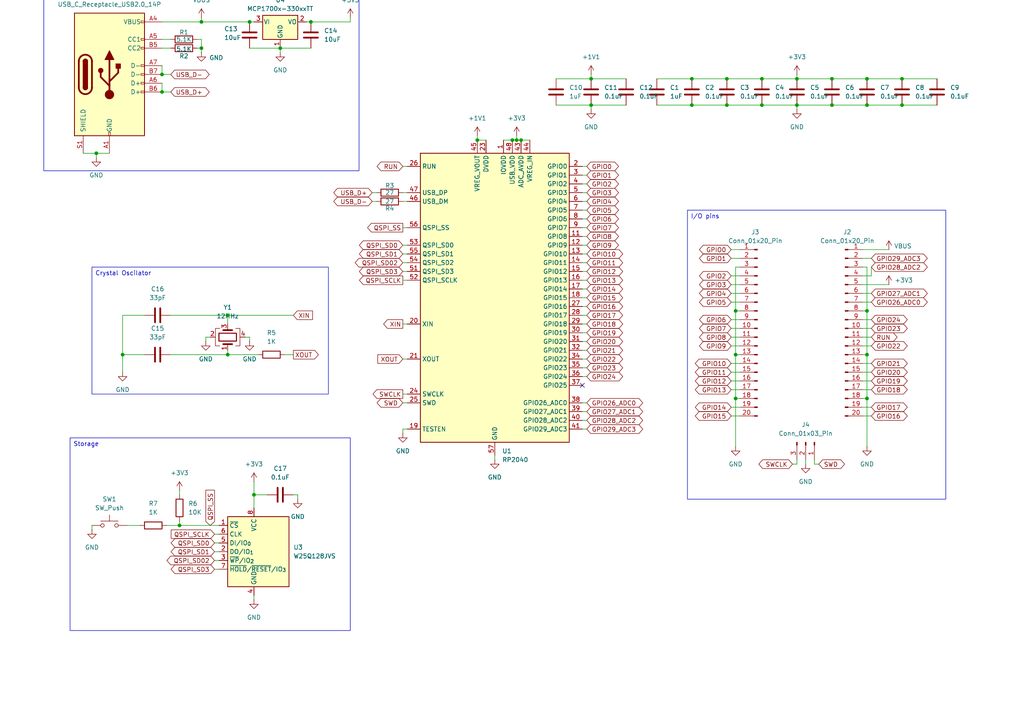
<source format=kicad_sch>
(kicad_sch (version 20250114) (generator "eeschema") (generator_version "9.0")
  (paper "A4")
  (lib_symbols
    (symbol "Connector:Conn_01x03_Pin" (pin_names (offset 1.016) (hide yes))
      (property "Reference" "J" (at 0 5.08 0))
      (property "Value" "Conn_01x03_Pin" (at 0 -5.08 0))
      (symbol "Conn_01x03_Pin_1_1"
        (pin passive line (at 5.08 2.54 180) (length 3.81) (name "Pin_1") (number "1"))
        (pin passive line (at 5.08 0 180) (length 3.81) (name "Pin_2") (number "2"))
        (pin passive line (at 5.08 -2.54 180) (length 3.81) (name "Pin_3") (number "3"))
      )
    )
    (symbol "Connector:Conn_01x20_Pin" (pin_names (offset 1.016) (hide yes))
      (property "Reference" "J" (at 0 25.4 0))
      (property "Value" "Conn_01x20_Pin" (at 0 -27.94 0))
      (symbol "Conn_01x20_Pin_1_1"
        (pin passive line (at 5.08 22.86 180) (length 3.81) (name "Pin_1") (number "1"))
        (pin passive line (at 5.08 20.32 180) (length 3.81) (name "Pin_2") (number "2"))
        (pin passive line (at 5.08 17.78 180) (length 3.81) (name "Pin_3") (number "3"))
        (pin passive line (at 5.08 15.24 180) (length 3.81) (name "Pin_4") (number "4"))
        (pin passive line (at 5.08 12.7 180) (length 3.81) (name "Pin_5") (number "5"))
        (pin passive line (at 5.08 10.16 180) (length 3.81) (name "Pin_6") (number "6"))
        (pin passive line (at 5.08 7.62 180) (length 3.81) (name "Pin_7") (number "7"))
        (pin passive line (at 5.08 5.08 180) (length 3.81) (name "Pin_8") (number "8"))
        (pin passive line (at 5.08 2.54 180) (length 3.81) (name "Pin_9") (number "9"))
        (pin passive line (at 5.08 0 180) (length 3.81) (name "Pin_10") (number "10"))
        (pin passive line (at 5.08 -2.54 180) (length 3.81) (name "Pin_11") (number "11"))
        (pin passive line (at 5.08 -5.08 180) (length 3.81) (name "Pin_12") (number "12"))
        (pin passive line (at 5.08 -7.62 180) (length 3.81) (name "Pin_13") (number "13"))
        (pin passive line (at 5.08 -10.16 180) (length 3.81) (name "Pin_14") (number "14"))
        (pin passive line (at 5.08 -12.7 180) (length 3.81) (name "Pin_15") (number "15"))
        (pin passive line (at 5.08 -15.24 180) (length 3.81) (name "Pin_16") (number "16"))
        (pin passive line (at 5.08 -17.78 180) (length 3.81) (name "Pin_17") (number "17"))
        (pin passive line (at 5.08 -20.32 180) (length 3.81) (name "Pin_18") (number "18"))
        (pin passive line (at 5.08 -22.86 180) (length 3.81) (name "Pin_19") (number "19"))
        (pin passive line (at 5.08 -25.4 180) (length 3.81) (name "Pin_20") (number "20"))
      )
    )
    (symbol "Connector:USB_C_Receptacle_USB2.0_14P" (pin_names (offset 1.016))
      (property "Reference" "J" (at 0 22.225 0))
      (property "Value" "USB_C_Receptacle_USB2.0_14P" (at 0 19.685 0))
      (symbol "USB_C_Receptacle_USB2.0_14P_1_1"
        (pin passive line (at -7.62 -22.86 90) (length 5.08) (name "SHIELD") (number "S1"))
        (pin passive line (at 0 -22.86 90) (length 5.08) (name "GND") (number "A1"))
        (pin passive line (at 0 -22.86 90) (length 5.08) (hide yes) (name "GND") (number "A12"))
        (pin passive line (at 0 -22.86 90) (length 5.08) (hide yes) (name "GND") (number "B1"))
        (pin passive line (at 0 -22.86 90) (length 5.08) (hide yes) (name "GND") (number "B12"))
        (pin passive line (at 15.24 15.24 180) (length 5.08) (name "VBUS") (number "A4"))
        (pin passive line (at 15.24 15.24 180) (length 5.08) (hide yes) (name "VBUS") (number "A9"))
        (pin passive line (at 15.24 15.24 180) (length 5.08) (hide yes) (name "VBUS") (number "B4"))
        (pin passive line (at 15.24 15.24 180) (length 5.08) (hide yes) (name "VBUS") (number "B9"))
        (pin bidirectional line (at 15.24 10.16 180) (length 5.08) (name "CC1") (number "A5"))
        (pin bidirectional line (at 15.24 7.62 180) (length 5.08) (name "CC2") (number "B5"))
        (pin bidirectional line (at 15.24 2.54 180) (length 5.08) (name "D-") (number "A7"))
        (pin bidirectional line (at 15.24 0 180) (length 5.08) (name "D-") (number "B7"))
        (pin bidirectional line (at 15.24 -2.54 180) (length 5.08) (name "D+") (number "A6"))
        (pin bidirectional line (at 15.24 -5.08 180) (length 5.08) (name "D+") (number "B6"))
      )
    )
    (symbol "Device:C" (pin_numbers (hide yes)) (pin_names (offset 0.254))
      (property "Reference" "C" (at 0.635 2.54 0))
      (property "Value" "C" (at 0.635 -2.54 0))
      (symbol "C_1_1"
        (pin passive line (at 0 3.81 270) (length 2.794) (name "~") (number "1"))
        (pin passive line (at 0 -3.81 90) (length 2.794) (name "~") (number "2"))
      )
    )
    (symbol "Device:Crystal_GND24" (pin_names (offset 1.016) (hide yes))
      (property "Reference" "Y" (at 3.175 5.08 0))
      (property "Value" "Crystal_GND24" (at 3.175 3.175 0))
      (symbol "Crystal_GND24_1_1"
        (pin passive line (at -3.81 0 0) (length 1.27) (name "1") (number "1"))
        (pin passive line (at 0 5.08 270) (length 1.27) (name "2") (number "2"))
        (pin passive line (at 0 -5.08 90) (length 1.27) (name "4") (number "4"))
        (pin passive line (at 3.81 0 180) (length 1.27) (name "3") (number "3"))
      )
    )
    (symbol "Device:R" (pin_numbers (hide yes)) (pin_names (offset 0))
      (property "Reference" "R" (at 2.032 0 90))
      (property "Value" "R" (at 0 0 90))
      (symbol "R_1_1"
        (pin passive line (at 0 3.81 270) (length 1.27) (name "~") (number "1"))
        (pin passive line (at 0 -3.81 90) (length 1.27) (name "~") (number "2"))
      )
    )
    (symbol "MCU_RaspberryPi:RP2040"
      (property "Reference" "U" (at 17.78 45.72 0))
      (property "Value" "RP2040" (at 17.78 43.18 0))
      (symbol "RP2040_1_1"
        (pin input line (at -25.4 38.1 0) (length 3.81) (name "RUN") (number "26"))
        (pin bidirectional line (at -25.4 30.48 0) (length 3.81) (name "USB_DP") (number "47"))
        (pin bidirectional line (at -25.4 27.94 0) (length 3.81) (name "USB_DM") (number "46"))
        (pin bidirectional line (at -25.4 20.32 0) (length 3.81) (name "QSPI_SS") (number "56"))
        (pin bidirectional line (at -25.4 15.24 0) (length 3.81) (name "QSPI_SD0") (number "53"))
        (pin bidirectional line (at -25.4 12.7 0) (length 3.81) (name "QSPI_SD1") (number "55"))
        (pin bidirectional line (at -25.4 10.16 0) (length 3.81) (name "QSPI_SD2") (number "54"))
        (pin bidirectional line (at -25.4 7.62 0) (length 3.81) (name "QSPI_SD3") (number "51"))
        (pin output line (at -25.4 5.08 0) (length 3.81) (name "QSPI_SCLK") (number "52"))
        (pin input line (at -25.4 -7.62 0) (length 3.81) (name "XIN") (number "20"))
        (pin passive line (at -25.4 -17.78 0) (length 3.81) (name "XOUT") (number "21"))
        (pin input line (at -25.4 -27.94 0) (length 3.81) (name "SWCLK") (number "24"))
        (pin bidirectional line (at -25.4 -30.48 0) (length 3.81) (name "SWD") (number "25"))
        (pin input line (at -25.4 -38.1 0) (length 3.81) (name "TESTEN") (number "19"))
        (pin power_out line (at -5.08 45.72 270) (length 3.81) (name "VREG_VOUT") (number "45"))
        (pin power_in line (at -2.54 45.72 270) (length 3.81) (name "DVDD") (number "23"))
        (pin passive line (at -2.54 45.72 270) (length 3.81) (hide yes) (name "DVDD") (number "50"))
        (pin power_in line (at 0 -45.72 90) (length 3.81) (name "GND") (number "57"))
        (pin power_in line (at 2.54 45.72 270) (length 3.81) (name "IOVDD") (number "1"))
        (pin passive line (at 2.54 45.72 270) (length 3.81) (hide yes) (name "IOVDD") (number "10"))
        (pin passive line (at 2.54 45.72 270) (length 3.81) (hide yes) (name "IOVDD") (number "22"))
        (pin passive line (at 2.54 45.72 270) (length 3.81) (hide yes) (name "IOVDD") (number "33"))
        (pin passive line (at 2.54 45.72 270) (length 3.81) (hide yes) (name "IOVDD") (number "42"))
        (pin passive line (at 2.54 45.72 270) (length 3.81) (hide yes) (name "IOVDD") (number "49"))
        (pin power_in line (at 5.08 45.72 270) (length 3.81) (name "USB_VDD") (number "48"))
        (pin power_in line (at 7.62 45.72 270) (length 3.81) (name "ADC_AVDD") (number "43"))
        (pin power_in line (at 10.16 45.72 270) (length 3.81) (name "VREG_IN") (number "44"))
        (pin bidirectional line (at 25.4 38.1 180) (length 3.81) (name "GPIO0") (number "2"))
        (pin bidirectional line (at 25.4 35.56 180) (length 3.81) (name "GPIO1") (number "3"))
        (pin bidirectional line (at 25.4 33.02 180) (length 3.81) (name "GPIO2") (number "4"))
        (pin bidirectional line (at 25.4 30.48 180) (length 3.81) (name "GPIO3") (number "5"))
        (pin bidirectional line (at 25.4 27.94 180) (length 3.81) (name "GPIO4") (number "6"))
        (pin bidirectional line (at 25.4 25.4 180) (length 3.81) (name "GPIO5") (number "7"))
        (pin bidirectional line (at 25.4 22.86 180) (length 3.81) (name "GPIO6") (number "8"))
        (pin bidirectional line (at 25.4 20.32 180) (length 3.81) (name "GPIO7") (number "9"))
        (pin bidirectional line (at 25.4 17.78 180) (length 3.81) (name "GPIO8") (number "11"))
        (pin bidirectional line (at 25.4 15.24 180) (length 3.81) (name "GPIO9") (number "12"))
        (pin bidirectional line (at 25.4 12.7 180) (length 3.81) (name "GPIO10") (number "13"))
        (pin bidirectional line (at 25.4 10.16 180) (length 3.81) (name "GPIO11") (number "14"))
        (pin bidirectional line (at 25.4 7.62 180) (length 3.81) (name "GPIO12") (number "15"))
        (pin bidirectional line (at 25.4 5.08 180) (length 3.81) (name "GPIO13") (number "16"))
        (pin bidirectional line (at 25.4 2.54 180) (length 3.81) (name "GPIO14") (number "17"))
        (pin bidirectional line (at 25.4 0 180) (length 3.81) (name "GPIO15") (number "18"))
        (pin bidirectional line (at 25.4 -2.54 180) (length 3.81) (name "GPIO16") (number "27"))
        (pin bidirectional line (at 25.4 -5.08 180) (length 3.81) (name "GPIO17") (number "28"))
        (pin bidirectional line (at 25.4 -7.62 180) (length 3.81) (name "GPIO18") (number "29"))
        (pin bidirectional line (at 25.4 -10.16 180) (length 3.81) (name "GPIO19") (number "30"))
        (pin bidirectional line (at 25.4 -12.7 180) (length 3.81) (name "GPIO20") (number "31"))
        (pin bidirectional line (at 25.4 -15.24 180) (length 3.81) (name "GPIO21") (number "32"))
        (pin bidirectional line (at 25.4 -17.78 180) (length 3.81) (name "GPIO22") (number "34"))
        (pin bidirectional line (at 25.4 -20.32 180) (length 3.81) (name "GPIO23") (number "35"))
        (pin bidirectional line (at 25.4 -22.86 180) (length 3.81) (name "GPIO24") (number "36"))
        (pin bidirectional line (at 25.4 -25.4 180) (length 3.81) (name "GPIO25") (number "37"))
        (pin bidirectional line (at 25.4 -30.48 180) (length 3.81) (name "GPIO26_ADC0") (number "38"))
        (pin bidirectional line (at 25.4 -33.02 180) (length 3.81) (name "GPIO27_ADC1") (number "39"))
        (pin bidirectional line (at 25.4 -35.56 180) (length 3.81) (name "GPIO28_ADC2") (number "40"))
        (pin bidirectional line (at 25.4 -38.1 180) (length 3.81) (name "GPIO29_ADC3") (number "41"))
      )
    )
    (symbol "Memory_Flash:W25Q128JVS"
      (property "Reference" "U" (at -6.35 11.43 0))
      (property "Value" "W25Q128JVS" (at 7.62 11.43 0))
      (symbol "W25Q128JVS_1_1"
        (pin input line (at -10.16 7.62 0) (length 2.54) (name "~{CS}") (number "1"))
        (pin input line (at -10.16 5.08 0) (length 2.54) (name "CLK") (number "6"))
        (pin bidirectional line (at -10.16 2.54 0) (length 2.54) (name "DI/IO_{0}") (number "5"))
        (pin bidirectional line (at -10.16 0 0) (length 2.54) (name "DO/IO_{1}") (number "2"))
        (pin bidirectional line (at -10.16 -2.54 0) (length 2.54) (name "~{WP}/IO_{2}") (number "3"))
        (pin bidirectional line (at -10.16 -5.08 0) (length 2.54) (name "~{HOLD}/~{RESET}/IO_{3}") (number "7"))
        (pin power_in line (at 0 12.7 270) (length 2.54) (name "VCC") (number "8"))
        (pin power_in line (at 0 -12.7 90) (length 2.54) (name "GND") (number "4"))
      )
    )
    (symbol "Regulator_Linear:MCP1700x-330xxTT" (pin_names (offset 0.254))
      (property "Reference" "U" (at -3.81 3.175 0))
      (property "Value" "MCP1700x-330xxTT" (at 0 3.175 0))
      (symbol "MCP1700x-330xxTT_1_1"
        (pin power_in line (at -7.62 0 0) (length 2.54) (name "VI") (number "3"))
        (pin power_in line (at 0 -7.62 90) (length 2.54) (name "GND") (number "1"))
        (pin power_out line (at 7.62 0 180) (length 2.54) (name "VO") (number "2"))
      )
    )
    (symbol "Switch:SW_Push" (pin_numbers (hide yes)) (pin_names (offset 1.016) (hide yes))
      (property "Reference" "SW" (at 1.27 2.54 0))
      (property "Value" "SW_Push" (at 0 -1.524 0))
      (symbol "SW_Push_0_1"
        (pin passive line (at -5.08 0 0) (length 2.54) (name "1") (number "1"))
        (pin passive line (at 5.08 0 180) (length 2.54) (name "2") (number "2"))
      )
    )
    (symbol "power:+1V1" (power) (pin_numbers (hide yes)) (pin_names (offset 0) (hide yes))
      (property "Value" "+1V1" (at 0 3.556 0))
      (symbol "+1V1_1_1"
        (pin power_in line (at 0 0 90) (length 0) (name "~") (number "1"))
      )
    )
    (symbol "power:+3V3" (power) (pin_numbers (hide yes)) (pin_names (offset 0) (hide yes))
      (property "Value" "+3V3" (at 0 3.556 0))
      (symbol "+3V3_1_1"
        (pin power_in line (at 0 0 90) (length 0) (name "~") (number "1"))
      )
    )
    (symbol "power:GND" (power) (pin_numbers (hide yes)) (pin_names (offset 0) (hide yes))
      (property "Value" "GND" (at 0 -3.81 0))
      (symbol "GND_1_1"
        (pin power_in line (at 0 0 270) (length 0) (name "~") (number "1"))
      )
    )
    (symbol "power:VBUS" (power) (pin_numbers (hide yes)) (pin_names (offset 0) (hide yes))
      (property "Value" "VBUS" (at 0 3.556 0))
      (symbol "VBUS_1_1"
        (pin power_in line (at 0 0 90) (length 0) (name "~") (number "1"))
      )
    )
  )
  (text_box "Power" (at 12.7 -8.89 0) (size 91.44 58.42) (margins 0.9525 0.9525 0.9525 0.9525) (effects (font (size 1.27 1.27)) (justify left top)))
  (text_box "I/O pins\n" (at 199.39 60.96 0) (size 74.93 83.82) (margins 0.9525 0.9525 0.9525 0.9525) (effects (font (size 1.27 1.27)) (justify left top)))
  (text_box "Crystal Oscilator" (at 26.67 77.47 0) (size 68.58 36.83) (margins 0.9525 0.9525 0.9525 0.9525) (effects (font (size 1.27 1.27)) (justify left top)))
  (text_box "Storage" (at 20.32 127 0) (size 81.28 55.88) (margins 0.9525 0.9525 0.9525 0.9525) (effects (font (size 1.27 1.27)) (justify left top)))
  (junction (at 46.99 26.67))
  (junction (at 241.3 22.86))
  (junction (at 171.45 30.48))
  (junction (at 58.42 6.35))
  (junction (at 231.14 30.48))
  (junction (at 171.45 22.86))
  (junction (at 261.62 22.86))
  (junction (at 81.28 13.97))
  (junction (at 151.13 40.64))
  (junction (at 149.86 40.64))
  (junction (at 231.14 22.86))
  (junction (at 66.04 91.44))
  (junction (at 220.98 30.48))
  (junction (at 241.3 30.48))
  (junction (at 251.46 30.48))
  (junction (at 66.04 102.87))
  (junction (at 210.82 22.86))
  (junction (at 200.66 30.48))
  (junction (at 58.42 13.97))
  (junction (at 213.36 115.57))
  (junction (at 220.98 22.86))
  (junction (at 213.36 102.87))
  (junction (at 35.56 102.87))
  (junction (at 210.82 30.48))
  (junction (at 27.94 44.45))
  (junction (at 90.17 6.35))
  (junction (at 251.46 22.86))
  (junction (at 138.43 40.64))
  (junction (at 73.66 143.51))
  (junction (at 52.07 152.4))
  (junction (at 251.46 90.17))
  (junction (at 148.59 40.64))
  (junction (at 213.36 90.17))
  (junction (at 251.46 115.57))
  (junction (at 72.39 6.35))
  (junction (at 261.62 30.48))
  (junction (at 251.46 102.87))
  (junction (at 46.99 21.59))
  (junction (at 200.66 22.86))
  (no_connect (at 168.91 111.76))
  (wire (pts (xy 252.73 107.95) (xy 250.19 107.95)))
  (wire (pts (xy 52.07 142.24) (xy 52.07 143.51)))
  (wire (pts (xy 72.39 99.06) (xy 72.39 97.79)))
  (wire (pts (xy 171.45 30.48) (xy 171.45 31.75)))
  (wire (pts (xy 81.28 13.97) (xy 81.28 15.24)))
  (wire (pts (xy 24.13 44.45) (xy 27.94 44.45)))
  (wire (pts (xy 252.73 113.03) (xy 250.19 113.03)))
  (wire (pts (xy 116.84 66.04) (xy 118.11 66.04)))
  (wire (pts (xy 149.86 39.37) (xy 149.86 40.64)))
  (wire (pts (xy 170.18 60.96) (xy 168.91 60.96)))
  (wire (pts (xy 252.73 118.11) (xy 250.19 118.11)))
  (wire (pts (xy 252.73 87.63) (xy 250.19 87.63)))
  (wire (pts (xy 213.36 102.87) (xy 213.36 90.17)))
  (wire (pts (xy 229.87 134.62) (xy 231.14 134.62)))
  (wire (pts (xy 86.36 143.51) (xy 86.36 144.78)))
  (wire (pts (xy 88.9 6.35) (xy 90.17 6.35)))
  (wire (pts (xy 138.43 40.64) (xy 140.97 40.64)))
  (wire (pts (xy 214.63 77.47) (xy 213.36 77.47)))
  (wire (pts (xy 41.91 91.44) (xy 35.56 91.44)))
  (wire (pts (xy 170.18 116.84) (xy 168.91 116.84)))
  (wire (pts (xy 252.73 80.01) (xy 250.19 80.01)))
  (wire (pts (xy 212.09 92.71) (xy 214.63 92.71)))
  (wire (pts (xy 72.39 13.97) (xy 81.28 13.97)))
  (wire (pts (xy 170.18 88.9) (xy 168.91 88.9)))
  (wire (pts (xy 46.99 26.67) (xy 49.53 26.67)))
  (wire (pts (xy 107.95 58.42) (xy 109.22 58.42)))
  (wire (pts (xy 212.09 72.39) (xy 214.63 72.39)))
  (wire (pts (xy 250.19 92.71) (xy 252.73 92.71)))
  (wire (pts (xy 58.42 11.43) (xy 58.42 13.97)))
  (wire (pts (xy 170.18 121.92) (xy 168.91 121.92)))
  (wire (pts (xy 250.19 97.79) (xy 252.73 97.79)))
  (wire (pts (xy 85.09 143.51) (xy 86.36 143.51)))
  (wire (pts (xy 57.15 13.97) (xy 58.42 13.97)))
  (wire (pts (xy 170.18 68.58) (xy 168.91 68.58)))
  (wire (pts (xy 116.84 78.74) (xy 118.11 78.74)))
  (wire (pts (xy 213.36 102.87) (xy 214.63 102.87)))
  (wire (pts (xy 59.69 97.79) (xy 59.69 99.06)))
  (wire (pts (xy 170.18 53.34) (xy 168.91 53.34)))
  (wire (pts (xy 251.46 77.47) (xy 251.46 90.17)))
  (wire (pts (xy 60.96 97.79) (xy 59.69 97.79)))
  (wire (pts (xy 190.5 30.48) (xy 200.66 30.48)))
  (wire (pts (xy 252.73 85.09) (xy 250.19 85.09)))
  (wire (pts (xy 36.83 152.4) (xy 40.64 152.4)))
  (wire (pts (xy 62.23 160.02) (xy 63.5 160.02)))
  (wire (pts (xy 73.66 6.35) (xy 72.39 6.35)))
  (wire (pts (xy 170.18 63.5) (xy 168.91 63.5)))
  (wire (pts (xy 170.18 76.2) (xy 168.91 76.2)))
  (wire (pts (xy 190.5 22.86) (xy 200.66 22.86)))
  (wire (pts (xy 250.19 82.55) (xy 257.81 82.55)))
  (wire (pts (xy 250.19 95.25) (xy 252.73 95.25)))
  (wire (pts (xy 210.82 30.48) (xy 220.98 30.48)))
  (wire (pts (xy 101.6 5.08) (xy 101.6 6.35)))
  (wire (pts (xy 170.18 101.6) (xy 168.91 101.6)))
  (wire (pts (xy 149.86 40.64) (xy 151.13 40.64)))
  (wire (pts (xy 236.22 134.62) (xy 237.49 134.62)))
  (wire (pts (xy 138.43 39.37) (xy 138.43 40.64)))
  (wire (pts (xy 35.56 102.87) (xy 35.56 107.95)))
  (wire (pts (xy 170.18 86.36) (xy 168.91 86.36)))
  (wire (pts (xy 212.09 113.03) (xy 214.63 113.03)))
  (wire (pts (xy 170.18 109.22) (xy 168.91 109.22)))
  (wire (pts (xy 82.55 102.87) (xy 85.09 102.87)))
  (wire (pts (xy 210.82 22.86) (xy 220.98 22.86)))
  (wire (pts (xy 214.63 90.17) (xy 213.36 90.17)))
  (wire (pts (xy 200.66 22.86) (xy 210.82 22.86)))
  (wire (pts (xy 250.19 77.47) (xy 251.46 77.47)))
  (wire (pts (xy 49.53 102.87) (xy 66.04 102.87)))
  (wire (pts (xy 252.73 120.65) (xy 250.19 120.65)))
  (wire (pts (xy 118.11 124.46) (xy 116.84 124.46)))
  (wire (pts (xy 170.18 93.98) (xy 168.91 93.98)))
  (wire (pts (xy 170.18 119.38) (xy 168.91 119.38)))
  (wire (pts (xy 116.84 73.66) (xy 118.11 73.66)))
  (wire (pts (xy 52.07 152.4) (xy 63.5 152.4)))
  (wire (pts (xy 46.99 21.59) (xy 49.53 21.59)))
  (wire (pts (xy 66.04 91.44) (xy 85.09 91.44)))
  (wire (pts (xy 170.18 50.8) (xy 168.91 50.8)))
  (wire (pts (xy 58.42 5.08) (xy 58.42 6.35)))
  (wire (pts (xy 116.84 93.98) (xy 118.11 93.98)))
  (wire (pts (xy 46.99 6.35) (xy 58.42 6.35)))
  (wire (pts (xy 170.18 55.88) (xy 168.91 55.88)))
  (wire (pts (xy 116.84 76.2) (xy 118.11 76.2)))
  (wire (pts (xy 231.14 30.48) (xy 231.14 31.75)))
  (wire (pts (xy 170.18 83.82) (xy 168.91 83.82)))
  (wire (pts (xy 212.09 95.25) (xy 214.63 95.25)))
  (wire (pts (xy 231.14 22.86) (xy 241.3 22.86)))
  (wire (pts (xy 251.46 115.57) (xy 251.46 102.87)))
  (wire (pts (xy 46.99 13.97) (xy 49.53 13.97)))
  (wire (pts (xy 212.09 107.95) (xy 214.63 107.95)))
  (wire (pts (xy 212.09 74.93) (xy 214.63 74.93)))
  (wire (pts (xy 252.73 77.47) (xy 252.73 80.01)))
  (wire (pts (xy 49.53 91.44) (xy 66.04 91.44)))
  (wire (pts (xy 62.23 162.56) (xy 63.5 162.56)))
  (wire (pts (xy 170.18 106.68) (xy 168.91 106.68)))
  (wire (pts (xy 212.09 120.65) (xy 214.63 120.65)))
  (wire (pts (xy 26.67 152.4) (xy 26.67 153.67)))
  (wire (pts (xy 161.29 22.86) (xy 171.45 22.86)))
  (wire (pts (xy 170.18 124.46) (xy 168.91 124.46)))
  (wire (pts (xy 73.66 172.72) (xy 73.66 173.99)))
  (wire (pts (xy 170.18 66.04) (xy 168.91 66.04)))
  (wire (pts (xy 213.36 90.17) (xy 213.36 77.47)))
  (wire (pts (xy 171.45 21.59) (xy 171.45 22.86)))
  (wire (pts (xy 250.19 90.17) (xy 251.46 90.17)))
  (wire (pts (xy 170.18 78.74) (xy 168.91 78.74)))
  (wire (pts (xy 251.46 30.48) (xy 261.62 30.48)))
  (wire (pts (xy 261.62 30.48) (xy 271.78 30.48)))
  (wire (pts (xy 151.13 40.64) (xy 153.67 40.64)))
  (wire (pts (xy 212.09 97.79) (xy 214.63 97.79)))
  (wire (pts (xy 35.56 102.87) (xy 41.91 102.87)))
  (wire (pts (xy 116.84 116.84) (xy 118.11 116.84)))
  (wire (pts (xy 73.66 139.7) (xy 73.66 143.51)))
  (wire (pts (xy 46.99 19.05) (xy 46.99 21.59)))
  (wire (pts (xy 170.18 99.06) (xy 168.91 99.06)))
  (wire (pts (xy 66.04 91.44) (xy 66.04 93.98)))
  (wire (pts (xy 236.22 133.35) (xy 236.22 134.62)))
  (wire (pts (xy 146.05 40.64) (xy 148.59 40.64)))
  (wire (pts (xy 116.84 58.42) (xy 118.11 58.42)))
  (wire (pts (xy 148.59 40.64) (xy 149.86 40.64)))
  (wire (pts (xy 101.6 6.35) (xy 90.17 6.35)))
  (wire (pts (xy 73.66 143.51) (xy 77.47 143.51)))
  (wire (pts (xy 161.29 30.48) (xy 171.45 30.48)))
  (wire (pts (xy 66.04 101.6) (xy 66.04 102.87)))
  (wire (pts (xy 220.98 22.86) (xy 231.14 22.86)))
  (wire (pts (xy 170.18 58.42) (xy 168.91 58.42)))
  (wire (pts (xy 212.09 118.11) (xy 214.63 118.11)))
  (wire (pts (xy 212.09 110.49) (xy 214.63 110.49)))
  (wire (pts (xy 58.42 13.97) (xy 58.42 15.24)))
  (wire (pts (xy 107.95 55.88) (xy 109.22 55.88)))
  (wire (pts (xy 46.99 11.43) (xy 49.53 11.43)))
  (wire (pts (xy 116.84 124.46) (xy 116.84 125.73)))
  (wire (pts (xy 250.19 74.93) (xy 252.73 74.93)))
  (wire (pts (xy 231.14 30.48) (xy 241.3 30.48)))
  (wire (pts (xy 72.39 97.79) (xy 71.12 97.79)))
  (wire (pts (xy 251.46 115.57) (xy 251.46 129.54)))
  (wire (pts (xy 48.26 152.4) (xy 52.07 152.4)))
  (wire (pts (xy 250.19 72.39) (xy 257.81 72.39)))
  (wire (pts (xy 251.46 102.87) (xy 250.19 102.87)))
  (wire (pts (xy 212.09 87.63) (xy 214.63 87.63)))
  (wire (pts (xy 212.09 82.55) (xy 214.63 82.55)))
  (wire (pts (xy 81.28 13.97) (xy 90.17 13.97)))
  (wire (pts (xy 35.56 91.44) (xy 35.56 102.87)))
  (wire (pts (xy 62.23 154.94) (xy 63.5 154.94)))
  (wire (pts (xy 170.18 96.52) (xy 168.91 96.52)))
  (wire (pts (xy 214.63 115.57) (xy 213.36 115.57)))
  (wire (pts (xy 170.18 48.26) (xy 168.91 48.26)))
  (wire (pts (xy 212.09 100.33) (xy 214.63 100.33)))
  (wire (pts (xy 252.73 110.49) (xy 250.19 110.49)))
  (wire (pts (xy 212.09 105.41) (xy 214.63 105.41)))
  (wire (pts (xy 170.18 104.14) (xy 168.91 104.14)))
  (wire (pts (xy 213.36 115.57) (xy 213.36 129.54)))
  (wire (pts (xy 170.18 73.66) (xy 168.91 73.66)))
  (wire (pts (xy 212.09 85.09) (xy 214.63 85.09)))
  (wire (pts (xy 57.15 11.43) (xy 58.42 11.43)))
  (wire (pts (xy 73.66 143.51) (xy 73.66 147.32)))
  (wire (pts (xy 116.84 71.12) (xy 118.11 71.12)))
  (wire (pts (xy 231.14 134.62) (xy 231.14 133.35)))
  (wire (pts (xy 171.45 22.86) (xy 181.61 22.86)))
  (wire (pts (xy 116.84 55.88) (xy 118.11 55.88)))
  (wire (pts (xy 52.07 151.13) (xy 52.07 152.4)))
  (wire (pts (xy 58.42 6.35) (xy 72.39 6.35)))
  (wire (pts (xy 250.19 115.57) (xy 251.46 115.57)))
  (wire (pts (xy 170.18 71.12) (xy 168.91 71.12)))
  (wire (pts (xy 261.62 22.86) (xy 271.78 22.86)))
  (wire (pts (xy 116.84 81.28) (xy 118.11 81.28)))
  (wire (pts (xy 252.73 105.41) (xy 250.19 105.41)))
  (wire (pts (xy 27.94 44.45) (xy 27.94 45.72)))
  (wire (pts (xy 171.45 30.48) (xy 181.61 30.48)))
  (wire (pts (xy 200.66 30.48) (xy 210.82 30.48)))
  (wire (pts (xy 116.84 114.3) (xy 118.11 114.3)))
  (wire (pts (xy 116.84 104.14) (xy 118.11 104.14)))
  (wire (pts (xy 66.04 102.87) (xy 74.93 102.87)))
  (wire (pts (xy 62.23 165.1) (xy 63.5 165.1)))
  (wire (pts (xy 116.84 48.26) (xy 118.11 48.26)))
  (wire (pts (xy 233.68 133.35) (xy 233.68 134.62)))
  (wire (pts (xy 170.18 81.28) (xy 168.91 81.28)))
  (wire (pts (xy 241.3 22.86) (xy 251.46 22.86)))
  (wire (pts (xy 46.99 24.13) (xy 46.99 26.67)))
  (wire (pts (xy 250.19 100.33) (xy 252.73 100.33)))
  (wire (pts (xy 241.3 30.48) (xy 251.46 30.48)))
  (wire (pts (xy 212.09 80.01) (xy 214.63 80.01)))
  (wire (pts (xy 231.14 21.59) (xy 231.14 22.86)))
  (wire (pts (xy 27.94 44.45) (xy 31.75 44.45)))
  (wire (pts (xy 143.51 132.08) (xy 143.51 133.35)))
  (wire (pts (xy 62.23 157.48) (xy 63.5 157.48)))
  (wire (pts (xy 251.46 22.86) (xy 261.62 22.86)))
  (wire (pts (xy 170.18 91.44) (xy 168.91 91.44)))
  (wire (pts (xy 213.36 115.57) (xy 213.36 102.87)))
  (wire (pts (xy 251.46 90.17) (xy 251.46 102.87)))
  (wire (pts (xy 220.98 30.48) (xy 231.14 30.48)))
  (global_label "GPIO14" (shape bidirectional) (at 170.18 83.82 0) (property "Intersheetrefs" "${INTERSHEET_REFS}" (effects (hide yes))))
  (global_label "GPIO3" (shape bidirectional) (at 170.18 55.88 0) (property "Intersheetrefs" "${INTERSHEET_REFS}" (effects (hide yes))))
  (global_label "SWD" (shape bidirectional) (at 116.84 116.84 180) (property "Intersheetrefs" "${INTERSHEET_REFS}" (effects (hide yes))))
  (global_label "QSPI_SCLK" (shape output) (at 116.84 81.28 180) (property "Intersheetrefs" "${INTERSHEET_REFS}" (effects (hide yes))))
  (global_label "USB_D+" (shape bidirectional) (at 107.95 55.88 180) (property "Intersheetrefs" "${INTERSHEET_REFS}" (effects (hide yes))))
  (global_label "GPIO4" (shape bidirectional) (at 212.09 85.09 180) (property "Intersheetrefs" "${INTERSHEET_REFS}" (effects (hide yes))))
  (global_label "USB_D-" (shape bidirectional) (at 107.95 58.42 180) (property "Intersheetrefs" "${INTERSHEET_REFS}" (effects (hide yes))))
  (global_label "XIN" (shape input) (at 85.09 91.44 0) (property "Intersheetrefs" "${INTERSHEET_REFS}" (effects (hide yes))))
  (global_label "SWCLK" (shape bidirectional) (at 229.87 134.62 180) (property "Intersheetrefs" "${INTERSHEET_REFS}" (effects (hide yes))))
  (global_label "GPIO0" (shape bidirectional) (at 170.18 48.26 0) (property "Intersheetrefs" "${INTERSHEET_REFS}" (effects (hide yes))))
  (global_label "GPIO27_ADC1" (shape bidirectional) (at 252.73 85.09 0) (property "Intersheetrefs" "${INTERSHEET_REFS}" (effects (hide yes))))
  (global_label "QSPI_SD0" (shape bidirectional) (at 116.84 71.12 180) (property "Intersheetrefs" "${INTERSHEET_REFS}" (effects (hide yes))))
  (global_label "GPIO5" (shape bidirectional) (at 212.09 87.63 180) (property "Intersheetrefs" "${INTERSHEET_REFS}" (effects (hide yes))))
  (global_label "GPIO1" (shape bidirectional) (at 212.09 74.93 180) (property "Intersheetrefs" "${INTERSHEET_REFS}" (effects (hide yes))))
  (global_label "QSPI_SD1" (shape bidirectional) (at 62.23 160.02 180) (property "Intersheetrefs" "${INTERSHEET_REFS}" (effects (hide yes))))
  (global_label "GPIO13" (shape bidirectional) (at 212.09 113.03 180) (property "Intersheetrefs" "${INTERSHEET_REFS}" (effects (hide yes))))
  (global_label "GPIO15" (shape bidirectional) (at 170.18 86.36 0) (property "Intersheetrefs" "${INTERSHEET_REFS}" (effects (hide yes))))
  (global_label "GPIO28_ADC2" (shape bidirectional) (at 170.18 121.92 0) (property "Intersheetrefs" "${INTERSHEET_REFS}" (effects (hide yes))))
  (global_label "QSPI_SD0" (shape bidirectional) (at 62.23 157.48 180) (property "Intersheetrefs" "${INTERSHEET_REFS}" (effects (hide yes))))
  (global_label "GPIO20" (shape bidirectional) (at 252.73 107.95 0) (property "Intersheetrefs" "${INTERSHEET_REFS}" (effects (hide yes))))
  (global_label "QSPI_SD3" (shape bidirectional) (at 62.23 165.1 180) (property "Intersheetrefs" "${INTERSHEET_REFS}" (effects (hide yes))))
  (global_label "GPIO24" (shape bidirectional) (at 252.73 92.71 0) (property "Intersheetrefs" "${INTERSHEET_REFS}" (effects (hide yes))))
  (global_label "GPIO12" (shape bidirectional) (at 170.18 78.74 0) (property "Intersheetrefs" "${INTERSHEET_REFS}" (effects (hide yes))))
  (global_label "GPIO18" (shape bidirectional) (at 170.18 93.98 0) (property "Intersheetrefs" "${INTERSHEET_REFS}" (effects (hide yes))))
  (global_label "GPIO19" (shape bidirectional) (at 252.73 110.49 0) (property "Intersheetrefs" "${INTERSHEET_REFS}" (effects (hide yes))))
  (global_label "GPIO2" (shape bidirectional) (at 170.18 53.34 0) (property "Intersheetrefs" "${INTERSHEET_REFS}" (effects (hide yes))))
  (global_label "GPIO23" (shape bidirectional) (at 170.18 106.68 0) (property "Intersheetrefs" "${INTERSHEET_REFS}" (effects (hide yes))))
  (global_label "GPIO5" (shape bidirectional) (at 170.18 60.96 0) (property "Intersheetrefs" "${INTERSHEET_REFS}" (effects (hide yes))))
  (global_label "GPIO4" (shape bidirectional) (at 170.18 58.42 0) (property "Intersheetrefs" "${INTERSHEET_REFS}" (effects (hide yes))))
  (global_label "GPIO24" (shape bidirectional) (at 170.18 109.22 0) (property "Intersheetrefs" "${INTERSHEET_REFS}" (effects (hide yes))))
  (global_label "GPIO18" (shape bidirectional) (at 252.73 113.03 0) (property "Intersheetrefs" "${INTERSHEET_REFS}" (effects (hide yes))))
  (global_label "GPIO23" (shape bidirectional) (at 252.73 95.25 0) (property "Intersheetrefs" "${INTERSHEET_REFS}" (effects (hide yes))))
  (global_label "GPIO16" (shape bidirectional) (at 170.18 88.9 0) (property "Intersheetrefs" "${INTERSHEET_REFS}" (effects (hide yes))))
  (global_label "GPIO21" (shape bidirectional) (at 170.18 101.6 0) (property "Intersheetrefs" "${INTERSHEET_REFS}" (effects (hide yes))))
  (global_label "GPIO10" (shape bidirectional) (at 170.18 73.66 0) (property "Intersheetrefs" "${INTERSHEET_REFS}" (effects (hide yes))))
  (global_label "QSPI_SD1" (shape bidirectional) (at 116.84 73.66 180) (property "Intersheetrefs" "${INTERSHEET_REFS}" (effects (hide yes))))
  (global_label "GPIO10" (shape bidirectional) (at 212.09 105.41 180) (property "Intersheetrefs" "${INTERSHEET_REFS}" (effects (hide yes))))
  (global_label "GPIO11" (shape bidirectional) (at 212.09 107.95 180) (property "Intersheetrefs" "${INTERSHEET_REFS}" (effects (hide yes))))
  (global_label "GPIO22" (shape bidirectional) (at 252.73 100.33 0) (property "Intersheetrefs" "${INTERSHEET_REFS}" (effects (hide yes))))
  (global_label "RUN" (shape bidirectional) (at 252.73 97.79 0) (property "Intersheetrefs" "${INTERSHEET_REFS}" (effects (hide yes))))
  (global_label "GPIO1" (shape bidirectional) (at 170.18 50.8 0) (property "Intersheetrefs" "${INTERSHEET_REFS}" (effects (hide yes))))
  (global_label "GPIO29_ADC3" (shape bidirectional) (at 170.18 124.46 0) (property "Intersheetrefs" "${INTERSHEET_REFS}" (effects (hide yes))))
  (global_label "GPIO29_ADC3" (shape bidirectional) (at 252.73 74.93 0) (property "Intersheetrefs" "${INTERSHEET_REFS}" (effects (hide yes))))
  (global_label "GPIO7" (shape bidirectional) (at 212.09 95.25 180) (property "Intersheetrefs" "${INTERSHEET_REFS}" (effects (hide yes))))
  (global_label "GPIO28_ADC2" (shape bidirectional) (at 252.73 77.47 0) (property "Intersheetrefs" "${INTERSHEET_REFS}" (effects (hide yes))))
  (global_label "XOUT" (shape output) (at 85.09 102.87 0) (property "Intersheetrefs" "${INTERSHEET_REFS}" (effects (hide yes))))
  (global_label "QSPI_SD02" (shape bidirectional) (at 62.23 162.56 180) (property "Intersheetrefs" "${INTERSHEET_REFS}" (effects (hide yes))))
  (global_label "GPIO11" (shape bidirectional) (at 170.18 76.2 0) (property "Intersheetrefs" "${INTERSHEET_REFS}" (effects (hide yes))))
  (global_label "GPIO6" (shape bidirectional) (at 212.09 92.71 180) (property "Intersheetrefs" "${INTERSHEET_REFS}" (effects (hide yes))))
  (global_label "SWCLK" (shape output) (at 116.84 114.3 180) (property "Intersheetrefs" "${INTERSHEET_REFS}" (effects (hide yes))))
  (global_label "QSPI_SCLK" (shape input) (at 62.23 154.94 180) (property "Intersheetrefs" "${INTERSHEET_REFS}" (effects (hide yes))))
  (global_label "GPIO2" (shape bidirectional) (at 212.09 80.01 180) (property "Intersheetrefs" "${INTERSHEET_REFS}" (effects (hide yes))))
  (global_label "QSPI_SD02" (shape bidirectional) (at 116.84 76.2 180) (property "Intersheetrefs" "${INTERSHEET_REFS}" (effects (hide yes))))
  (global_label "GPIO14" (shape bidirectional) (at 212.09 118.11 180) (property "Intersheetrefs" "${INTERSHEET_REFS}" (effects (hide yes))))
  (global_label "GPIO13" (shape bidirectional) (at 170.18 81.28 0) (property "Intersheetrefs" "${INTERSHEET_REFS}" (effects (hide yes))))
  (global_label "SWD" (shape bidirectional) (at 237.49 134.62 0) (property "Intersheetrefs" "${INTERSHEET_REFS}" (effects (hide yes))))
  (global_label "GPIO7" (shape bidirectional) (at 170.18 66.04 0) (property "Intersheetrefs" "${INTERSHEET_REFS}" (effects (hide yes))))
  (global_label "QSPI_SS" (shape input) (at 60.96 152.4 90) (property "Intersheetrefs" "${INTERSHEET_REFS}" (effects (hide yes))))
  (global_label "GPIO17" (shape bidirectional) (at 252.73 118.11 0) (property "Intersheetrefs" "${INTERSHEET_REFS}" (effects (hide yes))))
  (global_label "GPIO21" (shape bidirectional) (at 252.73 105.41 0) (property "Intersheetrefs" "${INTERSHEET_REFS}" (effects (hide yes))))
  (global_label "XOUT" (shape input) (at 116.84 104.14 180) (property "Intersheetrefs" "${INTERSHEET_REFS}" (effects (hide yes))))
  (global_label "GPIO15" (shape bidirectional) (at 212.09 120.65 180) (property "Intersheetrefs" "${INTERSHEET_REFS}" (effects (hide yes))))
  (global_label "GPIO8" (shape bidirectional) (at 212.09 97.79 180) (property "Intersheetrefs" "${INTERSHEET_REFS}" (effects (hide yes))))
  (global_label "RUN" (shape bidirectional) (at 116.84 48.26 180) (property "Intersheetrefs" "${INTERSHEET_REFS}" (effects (hide yes))))
  (global_label "QSPI_SD3" (shape bidirectional) (at 116.84 78.74 180) (property "Intersheetrefs" "${INTERSHEET_REFS}" (effects (hide yes))))
  (global_label "GPIO6" (shape bidirectional) (at 170.18 63.5 0) (property "Intersheetrefs" "${INTERSHEET_REFS}" (effects (hide yes))))
  (global_label "GPIO12" (shape bidirectional) (at 212.09 110.49 180) (property "Intersheetrefs" "${INTERSHEET_REFS}" (effects (hide yes))))
  (global_label "GPIO9" (shape bidirectional) (at 212.09 100.33 180) (property "Intersheetrefs" "${INTERSHEET_REFS}" (effects (hide yes))))
  (global_label "GPIO27_ADC1" (shape bidirectional) (at 170.18 119.38 0) (property "Intersheetrefs" "${INTERSHEET_REFS}" (effects (hide yes))))
  (global_label "USB_D-" (shape bidirectional) (at 49.53 21.59 0) (property "Intersheetrefs" "${INTERSHEET_REFS}" (effects (hide yes))))
  (global_label "QSPI_SS" (shape output) (at 116.84 66.04 180) (property "Intersheetrefs" "${INTERSHEET_REFS}" (effects (hide yes))))
  (global_label "GPIO9" (shape bidirectional) (at 170.18 71.12 0) (property "Intersheetrefs" "${INTERSHEET_REFS}" (effects (hide yes))))
  (global_label "GPIO19" (shape bidirectional) (at 170.18 96.52 0) (property "Intersheetrefs" "${INTERSHEET_REFS}" (effects (hide yes))))
  (global_label "GPIO3" (shape bidirectional) (at 212.09 82.55 180) (property "Intersheetrefs" "${INTERSHEET_REFS}" (effects (hide yes))))
  (global_label "GPIO8" (shape bidirectional) (at 170.18 68.58 0) (property "Intersheetrefs" "${INTERSHEET_REFS}" (effects (hide yes))))
  (global_label "GPIO20" (shape bidirectional) (at 170.18 99.06 0) (property "Intersheetrefs" "${INTERSHEET_REFS}" (effects (hide yes))))
  (global_label "XIN" (shape output) (at 116.84 93.98 180) (property "Intersheetrefs" "${INTERSHEET_REFS}" (effects (hide yes))))
  (global_label "GPIO22" (shape bidirectional) (at 170.18 104.14 0) (property "Intersheetrefs" "${INTERSHEET_REFS}" (effects (hide yes))))
  (global_label "GPIO26_ADC0" (shape bidirectional) (at 170.18 116.84 0) (property "Intersheetrefs" "${INTERSHEET_REFS}" (effects (hide yes))))
  (global_label "GPIO16" (shape bidirectional) (at 252.73 120.65 0) (property "Intersheetrefs" "${INTERSHEET_REFS}" (effects (hide yes))))
  (global_label "GPIO0" (shape bidirectional) (at 212.09 72.39 180) (property "Intersheetrefs" "${INTERSHEET_REFS}" (effects (hide yes))))
  (global_label "GPIO17" (shape bidirectional) (at 170.18 91.44 0) (property "Intersheetrefs" "${INTERSHEET_REFS}" (effects (hide yes))))
  (global_label "GPIO26_ADC0" (shape bidirectional) (at 252.73 87.63 0) (property "Intersheetrefs" "${INTERSHEET_REFS}" (effects (hide yes))))
  (global_label "USB_D+" (shape bidirectional) (at 49.53 26.67 0) (property "Intersheetrefs" "${INTERSHEET_REFS}" (effects (hide yes))))
  (symbol (lib_id "power:GND") (at 27.94 45.72 0) (unit 1)
    (property "Reference" "#PWR08" (effects (hide yes)))
    (property "Value" "GND" (at 27.94 50.8 0))
    (property "Description" "Power symbol creates a global label with name \"GND\" , ground" (effects (hide yes)))
  )
  (symbol (lib_id "Device:C") (at 171.45 26.67 0) (unit 1)
    (property "Reference" "C11" (at 175.26 25.3999 0) (effects (justify left)))
    (property "Value" "0.1uF" (at 175.26 27.9399 0) (effects (justify left)))
    (property "Footprint" "Capacitor_SMD:C_0402_1005Metric" (effects (hide yes)))
    (property "Description" "Unpolarized capacitor" (effects (hide yes)))
  )
  (symbol (lib_id "Device:C") (at 72.39 10.16 0) (unit 1)
    (property "Reference" "C13" (at 65.024 8.382 0) (effects (justify left)))
    (property "Value" "10uF" (at 65.024 10.922 0) (effects (justify left)))
    (property "Footprint" "Capacitor_SMD:C_0603_1608Metric" (effects (hide yes)))
    (property "Description" "Unpolarized capacitor" (effects (hide yes)))
  )
  (symbol (lib_id "power:GND") (at 213.36 129.54 0) (unit 1)
    (property "Reference" "#PWR021" (effects (hide yes)))
    (property "Value" "GND" (at 213.36 134.62 0))
    (property "Description" "Power symbol creates a global label with name \"GND\" , ground" (effects (hide yes)))
  )
  (symbol (lib_id "Device:R") (at 78.74 102.87 90) (unit 1)
    (property "Reference" "R5" (at 78.74 96.52 90))
    (property "Value" "1K" (at 78.74 99.06 90))
    (property "Footprint" "Resistor_SMD:R_0402_1005Metric" (effects (hide yes)))
    (property "Description" "Resistor" (effects (hide yes)))
  )
  (symbol (lib_id "power:GND") (at 59.69 99.06 0) (unit 1)
    (property "Reference" "#PWR012" (effects (hide yes)))
    (property "Value" "GND" (at 59.69 104.14 0))
    (property "Description" "Power symbol creates a global label with name \"GND\" , ground" (effects (hide yes)))
  )
  (symbol (lib_id "Connector:Conn_01x03_Pin") (at 233.68 128.27 270) (unit 1)
    (property "Reference" "J4" (at 233.68 123.19 90))
    (property "Value" "Conn_01x03_Pin" (at 233.68 125.73 90))
    (property "Footprint" "Connector_PinHeader_2.54mm:PinHeader_1x03_P2.54mm_Vertical" (effects (hide yes)))
    (property "Description" "Generic connector, single row, 01x03, script generated" (effects (hide yes)))
  )
  (symbol (lib_id "Device:C") (at 90.17 10.16 0) (unit 1)
    (property "Reference" "C14" (at 93.98 8.8899 0) (effects (justify left)))
    (property "Value" "10uF" (at 93.98 11.4299 0) (effects (justify left)))
    (property "Footprint" "Capacitor_SMD:C_0603_1608Metric" (effects (hide yes)))
    (property "Description" "Unpolarized capacitor" (effects (hide yes)))
  )
  (symbol (lib_id "Device:C") (at 251.46 26.67 0) (unit 1)
    (property "Reference" "C7" (at 255.27 25.3999 0) (effects (justify left)))
    (property "Value" "0.1uF" (at 255.27 27.9399 0) (effects (justify left)))
    (property "Footprint" "Capacitor_SMD:C_0402_1005Metric" (effects (hide yes)))
    (property "Description" "Unpolarized capacitor" (effects (hide yes)))
  )
  (symbol (lib_id "Connector:Conn_01x20_Pin") (at 245.11 95.25 0) (unit 1)
    (property "Reference" "J2" (at 245.745 67.31 0))
    (property "Value" "Conn_01x20_Pin" (at 245.745 69.85 0))
    (property "Footprint" "Connector_PinHeader_2.54mm:PinHeader_1x20_P2.54mm_Vertical" (effects (hide yes)))
    (property "Description" "Generic connector, single row, 01x20, script generated" (effects (hide yes)))
  )
  (symbol (lib_id "Device:R") (at 53.34 11.43 90) (unit 1)
    (property "Reference" "R1" (at 53.34 9.398 90))
    (property "Value" "5.1K" (at 53.34 11.43 90))
    (property "Footprint" "Resistor_SMD:R_0402_1005Metric" (effects (hide yes)))
    (property "Description" "Resistor" (effects (hide yes)))
  )
  (symbol (lib_id "Device:C") (at 200.66 26.67 0) (unit 1)
    (property "Reference" "C2" (at 204.47 25.3999 0) (effects (justify left)))
    (property "Value" "0.1uF" (at 204.47 27.9399 0) (effects (justify left)))
    (property "Footprint" "Capacitor_SMD:C_0402_1005Metric" (effects (hide yes)))
    (property "Description" "Unpolarized capacitor" (effects (hide yes)))
  )
  (symbol (lib_id "power:GND") (at 81.28 15.24 0) (unit 1)
    (property "Reference" "#PWR010" (effects (hide yes)))
    (property "Value" "GND" (at 81.28 20.32 0))
    (property "Description" "Power symbol creates a global label with name \"GND\" , ground" (effects (hide yes)))
  )
  (symbol (lib_id "Device:R") (at 53.34 13.97 90) (unit 1)
    (property "Reference" "R2" (at 53.34 16.256 90))
    (property "Value" "5.1K" (at 53.34 14.224 90))
    (property "Footprint" "Resistor_SMD:R_0402_1005Metric" (effects (hide yes)))
    (property "Description" "Resistor" (effects (hide yes)))
  )
  (symbol (lib_id "Device:C") (at 231.14 26.67 0) (unit 1)
    (property "Reference" "C5" (at 234.95 25.3999 0) (effects (justify left)))
    (property "Value" "0.1uF" (at 234.95 27.9399 0) (effects (justify left)))
    (property "Footprint" "Capacitor_SMD:C_0402_1005Metric" (effects (hide yes)))
    (property "Description" "Unpolarized capacitor" (effects (hide yes)))
  )
  (symbol (lib_id "power:GND") (at 116.84 125.73 0) (unit 1)
    (property "Reference" "#PWR020" (effects (hide yes)))
    (property "Value" "GND" (at 116.84 130.81 0))
    (property "Description" "Power symbol creates a global label with name \"GND\" , ground" (effects (hide yes)))
  )
  (symbol (lib_id "Device:Crystal_GND24") (at 66.04 97.79 90) (unit 1)
    (property "Reference" "Y1" (at 66.04 89.154 90))
    (property "Value" "12MHz" (at 66.04 91.694 90))
    (property "Footprint" "Crystal:Crystal_SMD_3225-4Pin_3.2x2.5mm" (effects (hide yes)))
    (property "Description" "Four pin crystal, GND on pins 2 and 4" (effects (hide yes)))
  )
  (symbol (lib_id "Device:C") (at 220.98 26.67 0) (unit 1)
    (property "Reference" "C4" (at 224.79 25.3999 0) (effects (justify left)))
    (property "Value" "0.1uF" (at 224.79 27.9399 0) (effects (justify left)))
    (property "Footprint" "Capacitor_SMD:C_0402_1005Metric" (effects (hide yes)))
    (property "Description" "Unpolarized capacitor" (effects (hide yes)))
  )
  (symbol (lib_id "power:GND") (at 171.45 31.75 0) (unit 1)
    (property "Reference" "#PWR04" (effects (hide yes)))
    (property "Value" "GND" (at 171.45 36.83 0))
    (property "Description" "Power symbol creates a global label with name \"GND\" , ground" (effects (hide yes)))
  )
  (symbol (lib_id "Device:R") (at 113.03 55.88 90) (unit 1)
    (property "Reference" "R3" (at 113.03 53.848 90))
    (property "Value" "27" (at 113.03 55.88 90))
    (property "Footprint" "Resistor_SMD:R_0402_1005Metric" (effects (hide yes)))
    (property "Description" "Resistor" (effects (hide yes)))
  )
  (symbol (lib_id "power:GND") (at 26.67 153.67 0) (unit 1)
    (property "Reference" "#PWR018" (effects (hide yes)))
    (property "Value" "GND" (at 26.67 158.75 0))
    (property "Description" "Power symbol creates a global label with name \"GND\" , ground" (effects (hide yes)))
  )
  (symbol (lib_id "power:+1V1") (at 171.45 21.59 0) (unit 1)
    (property "Reference" "#PWR06" (effects (hide yes)))
    (property "Value" "+1V1" (at 171.45 16.51 0))
    (property "Description" "Power symbol creates a global label with name \"+1V1\"" (effects (hide yes)))
  )
  (symbol (lib_id "Device:R") (at 52.07 147.32 0) (unit 1)
    (property "Reference" "R6" (at 54.61 146.0499 0) (effects (justify left)))
    (property "Value" "10K" (at 54.61 148.5899 0) (effects (justify left)))
    (property "Footprint" "Resistor_SMD:R_0402_1005Metric" (effects (hide yes)))
    (property "Description" "Resistor" (effects (hide yes)))
  )
  (symbol (lib_id "power:+3V3") (at 149.86 39.37 0) (unit 1)
    (property "Reference" "#PWR02" (effects (hide yes)))
    (property "Value" "+3V3" (at 149.86 34.29 0))
    (property "Description" "Power symbol creates a global label with name \"+3V3\"" (effects (hide yes)))
  )
  (symbol (lib_id "power:+3V3") (at 73.66 139.7 0) (unit 1)
    (property "Reference" "#PWR016" (effects (hide yes)))
    (property "Value" "+3V3" (at 73.66 134.62 0))
    (property "Description" "Power symbol creates a global label with name \"+3V3\"" (effects (hide yes)))
  )
  (symbol (lib_id "power:GND") (at 58.42 15.24 0) (unit 1)
    (property "Reference" "#PWR09" (effects (hide yes)))
    (property "Value" "GND" (at 62.738 16.764 0))
    (property "Description" "Power symbol creates a global label with name \"GND\" , ground" (effects (hide yes)))
  )
  (symbol (lib_id "Memory_Flash:W25Q128JVS") (at 73.66 160.02 0) (unit 1)
    (property "Reference" "U3" (at 85.09 158.7499 0) (effects (justify left)))
    (property "Value" "W25Q128JVS" (at 85.09 161.2899 0) (effects (justify left)))
    (property "Footprint" "Package_SON:Winbond_USON-8-1EP_3x2mm_P0.5mm_EP0.2x1.6mm" (effects (hide yes)))
    (property "Datasheet" "https://www.winbond.com/resource-files/w25q128jv_dtr%20revc%2003272018%20plus.pdf" (effects (hide yes)))
    (property "Description" "128Mbit / 16MiB Serial Flash Memory, Standard/Dual/Quad SPI, 2.7-3.6V, SOIC-8" (effects (hide yes)))
  )
  (symbol (lib_id "Switch:SW_Push") (at 31.75 152.4 0) (unit 1)
    (property "Reference" "SW1" (at 31.75 144.78 0))
    (property "Value" "SW_Push" (at 31.75 147.32 0))
    (property "Footprint" "Button_Switch_SMD:SW_Push_SPST_NO_Alps_SKRK" (effects (hide yes)))
    (property "Description" "Push button switch, generic, two pins" (effects (hide yes)))
  )
  (symbol (lib_id "Device:C") (at 81.28 143.51 90) (unit 1)
    (property "Reference" "C17" (at 81.28 135.89 90))
    (property "Value" "0.1uF" (at 81.28 138.43 90))
    (property "Footprint" "Capacitor_SMD:C_0402_1005Metric" (effects (hide yes)))
    (property "Description" "Unpolarized capacitor" (effects (hide yes)))
  )
  (symbol (lib_id "power:+3V3") (at 257.81 82.55 0) (unit 1)
    (property "Reference" "#PWR024" (effects (hide yes)))
    (property "Value" "+3V3" (at 262.128 81.28 0))
    (property "Description" "Power symbol creates a global label with name \"+3V3\"" (effects (hide yes)))
  )
  (symbol (lib_id "power:GND") (at 143.51 133.35 0) (unit 1)
    (property "Reference" "#PWR07" (effects (hide yes)))
    (property "Value" "GND" (at 143.51 138.43 0))
    (property "Description" "Power symbol creates a global label with name \"GND\" , ground" (effects (hide yes)))
  )
  (symbol (lib_id "power:VBUS") (at 58.42 5.08 0) (unit 1)
    (property "Reference" "#PWR026" (effects (hide yes)))
    (property "Value" "VBUS" (at 58.42 0 0))
    (property "Description" "Power symbol creates a global label with name \"VBUS\"" (effects (hide yes)))
  )
  (symbol (lib_id "Device:C") (at 210.82 26.67 0) (unit 1)
    (property "Reference" "C3" (at 214.63 25.3999 0) (effects (justify left)))
    (property "Value" "0.1uF" (at 214.63 27.9399 0) (effects (justify left)))
    (property "Footprint" "Capacitor_SMD:C_0402_1005Metric" (effects (hide yes)))
    (property "Description" "Unpolarized capacitor" (effects (hide yes)))
  )
  (symbol (lib_id "Device:C") (at 45.72 91.44 90) (unit 1)
    (property "Reference" "C16" (at 45.72 83.82 90))
    (property "Value" "33pF" (at 45.72 86.36 90))
    (property "Footprint" "Capacitor_SMD:C_0402_1005Metric" (effects (hide yes)))
    (property "Description" "Unpolarized capacitor" (effects (hide yes)))
  )
  (symbol (lib_id "power:+3V3") (at 231.14 21.59 0) (unit 1)
    (property "Reference" "#PWR03" (effects (hide yes)))
    (property "Value" "+3V3" (at 231.14 16.51 0))
    (property "Description" "Power symbol creates a global label with name \"+3V3\"" (effects (hide yes)))
  )
  (symbol (lib_id "power:GND") (at 231.14 31.75 0) (unit 1)
    (property "Reference" "#PWR05" (effects (hide yes)))
    (property "Value" "GND" (at 231.14 36.83 0))
    (property "Description" "Power symbol creates a global label with name \"GND\" , ground" (effects (hide yes)))
  )
  (symbol (lib_id "Device:R") (at 44.45 152.4 90) (unit 1)
    (property "Reference" "R7" (at 44.45 146.05 90))
    (property "Value" "1K" (at 44.45 148.59 90))
    (property "Footprint" "Resistor_SMD:R_0402_1005Metric" (effects (hide yes)))
    (property "Description" "Resistor" (effects (hide yes)))
  )
  (symbol (lib_id "Device:C") (at 241.3 26.67 0) (unit 1)
    (property "Reference" "C6" (at 245.11 25.3999 0) (effects (justify left)))
    (property "Value" "0.1uF" (at 245.11 27.9399 0) (effects (justify left)))
    (property "Footprint" "Capacitor_SMD:C_0402_1005Metric" (effects (hide yes)))
    (property "Description" "Unpolarized capacitor" (effects (hide yes)))
  )
  (symbol (lib_id "Connector:Conn_01x20_Pin") (at 219.71 95.25 0) (mirror y) (unit 1)
    (property "Reference" "J3" (at 219.075 67.31 0))
    (property "Value" "Conn_01x20_Pin" (at 219.075 69.85 0))
    (property "Footprint" "Connector_PinHeader_2.54mm:PinHeader_1x20_P2.54mm_Vertical" (effects (hide yes)))
    (property "Description" "Generic connector, single row, 01x20, script generated" (effects (hide yes)))
  )
  (symbol (lib_id "power:GND") (at 35.56 107.95 0) (unit 1)
    (property "Reference" "#PWR014" (effects (hide yes)))
    (property "Value" "GND" (at 35.56 113.03 0))
    (property "Description" "Power symbol creates a global label with name \"GND\" , ground" (effects (hide yes)))
  )
  (symbol (lib_id "power:GND") (at 86.36 144.78 0) (unit 1)
    (property "Reference" "#PWR017" (effects (hide yes)))
    (property "Value" "GND" (at 86.36 149.86 0))
    (property "Description" "Power symbol creates a global label with name \"GND\" , ground" (effects (hide yes)))
  )
  (symbol (lib_id "Device:C") (at 161.29 26.67 0) (unit 1)
    (property "Reference" "C10" (at 165.1 25.3999 0) (effects (justify left)))
    (property "Value" "1uF" (at 165.1 27.9399 0) (effects (justify left)))
    (property "Footprint" "Capacitor_SMD:C_0402_1005Metric" (effects (hide yes)))
    (property "Description" "Unpolarized capacitor" (effects (hide yes)))
  )
  (symbol (lib_id "Device:C") (at 261.62 26.67 0) (unit 1)
    (property "Reference" "C8" (at 265.43 25.3999 0) (effects (justify left)))
    (property "Value" "0.1uF" (at 265.43 27.9399 0) (effects (justify left)))
    (property "Footprint" "Capacitor_SMD:C_0402_1005Metric" (effects (hide yes)))
    (property "Description" "Unpolarized capacitor" (effects (hide yes)))
  )
  (symbol (lib_id "power:VBUS") (at 257.81 72.39 0) (unit 1)
    (property "Reference" "#PWR023" (effects (hide yes)))
    (property "Value" "VBUS" (at 261.874 71.374 0))
    (property "Description" "Power symbol creates a global label with name \"VBUS\"" (effects (hide yes)))
  )
  (symbol (lib_id "Device:C") (at 45.72 102.87 90) (unit 1)
    (property "Reference" "C15" (at 45.72 95.25 90))
    (property "Value" "33pF" (at 45.72 97.79 90))
    (property "Footprint" "Capacitor_SMD:C_0402_1005Metric" (effects (hide yes)))
    (property "Description" "Unpolarized capacitor" (effects (hide yes)))
  )
  (symbol (lib_id "Regulator_Linear:MCP1700x-330xxTT") (at 81.28 6.35 0) (unit 1)
    (property "Reference" "U4" (at 81.28 0 0))
    (property "Value" "MCP1700x-330xxTT" (at 81.28 2.54 0))
    (property "Footprint" "Package_TO_SOT_SMD:SOT-23" (effects (hide yes)))
    (property "Datasheet" "http://ww1.microchip.com/downloads/en/DeviceDoc/20001826D.pdf" (effects (hide yes)))
    (property "Description" "250mA Low Quiscent Current LDO, 3.3V output, SOT-23" (effects (hide yes)))
  )
  (symbol (lib_id "power:+1V1") (at 138.43 39.37 0) (unit 1)
    (property "Reference" "#PWR01" (effects (hide yes)))
    (property "Value" "+1V1" (at 138.43 34.29 0))
    (property "Description" "Power symbol creates a global label with name \"+1V1\"" (effects (hide yes)))
  )
  (symbol (lib_id "MCU_RaspberryPi:RP2040") (at 143.51 86.36 0) (unit 1)
    (property "Reference" "U1" (at 145.6533 130.81 0) (effects (justify left)))
    (property "Value" "RP2040" (at 145.6533 133.35 0) (effects (justify left)))
    (property "Footprint" "Package_DFN_QFN:QFN-56-1EP_7x7mm_P0.4mm_EP3.2x3.2mm" (effects (hide yes)))
    (property "Datasheet" "https://datasheets.raspberrypi.com/rp2040/rp2040-datasheet.pdf" (effects (hide yes)))
    (property "Description" "A microcontroller by Raspberry Pi" (effects (hide yes)))
  )
  (symbol (lib_id "Device:C") (at 271.78 26.67 0) (unit 1)
    (property "Reference" "C9" (at 275.59 25.3999 0) (effects (justify left)))
    (property "Value" "0.1uF" (at 275.59 27.9399 0) (effects (justify left)))
    (property "Footprint" "Capacitor_SMD:C_0402_1005Metric" (effects (hide yes)))
    (property "Description" "Unpolarized capacitor" (effects (hide yes)))
  )
  (symbol (lib_id "power:GND") (at 73.66 173.99 0) (unit 1)
    (property "Reference" "#PWR015" (effects (hide yes)))
    (property "Value" "GND" (at 73.66 179.07 0))
    (property "Description" "Power symbol creates a global label with name \"GND\" , ground" (effects (hide yes)))
  )
  (symbol (lib_id "Connector:USB_C_Receptacle_USB2.0_14P") (at 31.75 21.59 0) (unit 1)
    (property "Reference" "J1" (at 31.75 -1.27 0))
    (property "Value" "USB_C_Receptacle_USB2.0_14P" (at 31.75 1.27 0))
    (property "Footprint" "Connector_USB:USB_C_Receptacle_HRO_TYPE-C-31-M-12" (effects (hide yes)))
    (property "Datasheet" "https://www.usb.org/sites/default/files/documents/usb_type-c.zip" (effects (hide yes)))
    (property "Description" "USB 2.0-only 14P Type-C Receptacle connector" (effects (hide yes)))
  )
  (symbol (lib_id "power:GND") (at 233.68 134.62 0) (unit 1)
    (property "Reference" "#PWR025" (effects (hide yes)))
    (property "Value" "GND" (at 233.68 139.7 0))
    (property "Description" "Power symbol creates a global label with name \"GND\" , ground" (effects (hide yes)))
  )
  (symbol (lib_id "power:GND") (at 72.39 99.06 0) (unit 1)
    (property "Reference" "#PWR013" (effects (hide yes)))
    (property "Value" "GND" (at 72.39 104.14 0))
    (property "Description" "Power symbol creates a global label with name \"GND\" , ground" (effects (hide yes)))
  )
  (symbol (lib_id "Device:C") (at 181.61 26.67 0) (unit 1)
    (property "Reference" "C12" (at 185.42 25.3999 0) (effects (justify left)))
    (property "Value" "0.1uF" (at 185.42 27.9399 0) (effects (justify left)))
    (property "Footprint" "Capacitor_SMD:C_0402_1005Metric" (effects (hide yes)))
    (property "Description" "Unpolarized capacitor" (effects (hide yes)))
  )
  (symbol (lib_id "power:+3V3") (at 101.6 5.08 0) (unit 1)
    (property "Reference" "#PWR011" (effects (hide yes)))
    (property "Value" "+3V3" (at 101.6 0 0))
    (property "Description" "Power symbol creates a global label with name \"+3V3\"" (effects (hide yes)))
  )
  (symbol (lib_id "Device:R") (at 113.03 58.42 90) (unit 1)
    (property "Reference" "R4" (at 113.03 60.452 90))
    (property "Value" "27" (at 113.03 58.42 90))
    (property "Footprint" "Resistor_SMD:R_0402_1005Metric" (effects (hide yes)))
    (property "Description" "Resistor" (effects (hide yes)))
  )
  (symbol (lib_id "power:+3V3") (at 52.07 142.24 0) (unit 1)
    (property "Reference" "#PWR019" (effects (hide yes)))
    (property "Value" "+3V3" (at 52.07 137.16 0))
    (property "Description" "Power symbol creates a global label with name \"+3V3\"" (effects (hide yes)))
  )
  (symbol (lib_id "Device:C") (at 190.5 26.67 0) (unit 1)
    (property "Reference" "C1" (at 194.31 25.3999 0) (effects (justify left)))
    (property "Value" "1uF" (at 194.31 27.9399 0) (effects (justify left)))
    (property "Footprint" "Capacitor_SMD:C_0402_1005Metric" (effects (hide yes)))
    (property "Description" "Unpolarized capacitor" (effects (hide yes)))
  )
  (symbol (lib_id "power:GND") (at 251.46 129.54 0) (unit 1)
    (property "Reference" "#PWR022" (effects (hide yes)))
    (property "Value" "GND" (at 251.46 134.62 0))
    (property "Description" "Power symbol creates a global label with name \"GND\" , ground" (effects (hide yes)))
  )
)
</source>
